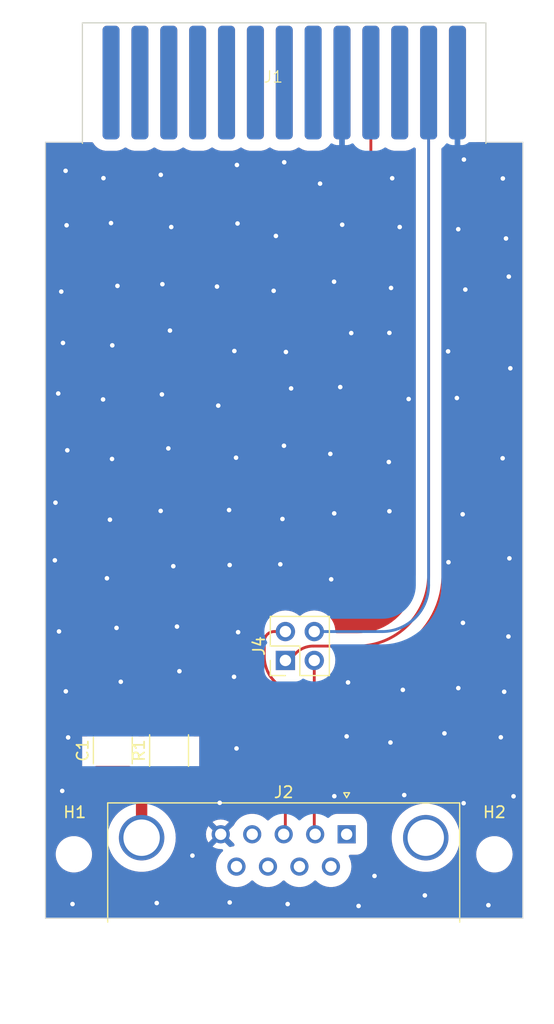
<source format=kicad_pcb>
(kicad_pcb (version 20221018) (generator pcbnew)
  (layers (0 "F.Cu" signal) (31 "B.Cu" signal) (34 "B.Paste" user) (35 "F.Paste" user) (36 "B.SilkS" user "B.Silkscreen") (37 "F.SilkS" user "F.Silkscreen") (38 "B.Mask" user) (39 "F.Mask" user) (44 "Edge.Cuts" user))
  (net 0 "")
  (net 1 "GND")
  (net 2 "VCC")
  (net 3 "/out")
  (net 4 "/in")
  (net 8 "Net-(J1-Pin_10)")
  (net 25 "Net-(J2-PAD)")
  (net 27 "/RXDout")
  (net 28 "/TXDin")
  (footprint "MountingHole:MountingHole_2.7mm_M2.5" (layer "F.Cu") (at 161.575 107.625)
    (fp_text reference "H1" (at 0 -3.7) (layer "F.SilkS"))
    (fp_text value "MountingHole")
    (pad "" np_thru_hole circle (at -0.075 0) (size 2.7 2.7) (drill 2.7) (layers "*.Cu" "*.Mask"))
  )
  (footprint "Connector_Dsub:DSUB-9_Female_Horizontal_P2.77x2.84mm_EdgePinOffset4.94mm_Housed_MountingHolesOffset7.48mm" (layer "F.Cu") (at 185.5 105.865)
    (fp_text reference "J2" (at -5.54 -3.7) (layer "F.SilkS"))
    (fp_text value "DE9_Plug_MountingHoles")
    (fp_line (start -21.025 -2.76) (end 9.945 -2.76) (stroke (width 0.12)) (layer "F.SilkS"))
    (fp_line (start -21.025 7.72) (end -21.025 -2.76) (stroke (width 0.12)) (layer "F.SilkS"))
    (fp_line (start -0.25 -3.654338) (end 0.25 -3.654338) (stroke (width 0.12)) (layer "F.SilkS"))
    (fp_line (start 0 -3.221325) (end -0.25 -3.654338) (stroke (width 0.12)) (layer "F.SilkS"))
    (fp_line (start 0.25 -3.654338) (end 0 -3.221325) (stroke (width 0.12)) (layer "F.SilkS"))
    (fp_line (start 9.945 -2.76) (end 9.945 7.72) (stroke (width 0.12)) (layer "F.SilkS"))
    (pad "0" thru_hole circle (at -18.04 0.3) (size 4 4) (drill 3.2) (layers "*.Cu" "*.Mask") (net 25 "Net-(J2-PAD)"))
    (pad "0" thru_hole circle (at 6.96 0.3) (size 4 4) (drill 3.2) (layers "*.Cu" "*.Mask") (net 25 "Net-(J2-PAD)"))
    (pad "1" thru_hole rect (at 0 0) (size 1.6 1.6) (drill 1) (layers "*.Cu" "*.Mask"))
    (pad "2" thru_hole circle (at -2.77 0) (size 1.6 1.6) (drill 1) (layers "*.Cu" "*.Mask") (net 27 "/RXDout"))
    (pad "3" thru_hole circle (at -5.54 0) (size 1.6 1.6) (drill 1) (layers "*.Cu" "*.Mask") (net 28 "/TXDin"))
    (pad "4" thru_hole circle (at -8.31 0) (size 1.6 1.6) (drill 1) (layers "*.Cu" "*.Mask"))
    (pad "5" thru_hole circle (at -11.08 0) (size 1.6 1.6) (drill 1) (layers "*.Cu" "*.Mask") (net 1 "GND"))
    (pad "6" thru_hole circle (at -1.385 2.84) (size 1.6 1.6) (drill 1) (layers "*.Cu" "*.Mask"))
    (pad "7" thru_hole circle (at -4.155 2.84) (size 1.6 1.6) (drill 1) (layers "*.Cu" "*.Mask"))
    (pad "8" thru_hole circle (at -6.925 2.84) (size 1.6 1.6) (drill 1) (layers "*.Cu" "*.Mask"))
    (pad "9" thru_hole circle (at -9.695 2.84) (size 1.6 1.6) (drill 1) (layers "*.Cu" "*.Mask"))
  )
  (footprint "finger:02x13" (layer "F.Cu") (at 180 39.75)
    (fp_text reference "J1" (at -0.95 -0.5 unlocked) (layer "F.SilkS") (effects (font (thickness 0.1))))
    (fp_text value "Conn_02x13_Odd_Even")
    (fp_line (start -17.75 -5.25) (end -17.75 5.35) (stroke (width 0.1)) (layer "F.SilkS"))
    (fp_line (start -17.75 -5.25) (end 17.75 -5.25) (stroke (width 0.1)) (layer "F.SilkS"))
    (fp_line (start 17.75 5.35) (end 17.75 -5.25) (stroke (width 0.1)) (layer "F.SilkS"))
    (pad "1" smd roundrect (at 15.25 0) (size 1.5 10) (layers "B.Cu" "F.Mask") (net 1 "GND"))
    (pad "2" smd roundrect (at 15.25 0 180) (size 1.5 10) (layers "F.Cu" "B.Mask") (net 2 "VCC"))
    (pad "3" smd roundrect (at 12.71 0) (size 1.5 10) (layers "B.Cu" "F.Mask") (net 3 "/out"))
    (pad "4" smd roundrect (at 12.71 0 180) (size 1.5 10) (layers "F.Cu" "B.Mask") (net 4 "/in"))
    (pad "5" smd roundrect (at 10.17 0) (size 1.5 10) (layers "B.Cu" "F.Mask"))
    (pad "6" smd roundrect (at 10.17 0 180) (size 1.5 10) (layers "F.Cu" "B.Mask"))
    (pad "7" smd roundrect (at 7.63 0) (size 1.5 10) (layers "B.Cu" "F.Mask"))
    (pad "8" smd roundrect (at 7.63 0 180) (size 1.5 10) (layers "F.Cu" "B.Mask") (net 8 "Net-(J1-Pin_10)"))
    (pad "9" smd roundrect (at 5.09 0) (size 1.5 10) (layers "B.Cu" "F.Mask") (net 1 "GND"))
    (pad "10" smd roundrect (at 5.09 0 180) (size 1.5 10) (layers "F.Cu" "B.Mask") (net 8 "Net-(J1-Pin_10)"))
    (pad "11" smd roundrect (at 2.55 0) (size 1.5 10) (layers "B.Cu" "F.Mask"))
    (pad "12" smd roundrect (at 2.55 0 180) (size 1.5 10) (layers "F.Cu" "B.Mask"))
    (pad "13" smd roundrect (at 0.01 0) (size 1.5 10) (layers "B.Cu" "F.Mask"))
    (pad "14" smd roundrect (at 0.01 0 180) (size 1.5 10) (layers "F.Cu" "B.Mask"))
    (pad "15" smd roundrect (at -2.53 0) (size 1.5 10) (layers "B.Cu" "F.Mask"))
    (pad "16" smd roundrect (at -2.53 0 180) (size 1.5 10) (layers "F.Cu" "B.Mask"))
    (pad "17" smd roundrect (at -5.07 0) (size 1.5 10) (layers "B.Cu" "F.Mask"))
    (pad "18" smd roundrect (at -5.07 0 180) (size 1.5 10) (layers "F.Cu" "B.Mask"))
    (pad "19" smd roundrect (at -7.61 0) (size 1.5 10) (layers "B.Cu" "F.Mask"))
    (pad "20" smd roundrect (at -7.61 0 180) (size 1.5 10) (layers "F.Cu" "B.Mask"))
    (pad "21" smd roundrect (at -10.15 0) (size 1.5 10) (layers "B.Cu" "F.Mask"))
    (pad "22" smd roundrect (at -10.15 0 180) (size 1.5 10) (layers "F.Cu" "B.Mask"))
    (pad "23" smd roundrect (at -12.69 0) (size 1.5 10) (layers "B.Cu" "F.Mask"))
    (pad "24" smd roundrect (at -12.69 0 180) (size 1.5 10) (layers "F.Cu" "B.Mask"))
    (pad "25" smd roundrect (at -15.23 0) (size 1.5 10) (layers "B.Cu" "F.Mask"))
    (pad "26" smd roundrect (at -15.23 0 180) (size 1.5 10) (layers "F.Cu" "B.Mask"))
  )
  (footprint "Resistor_SMD:R_1812_4532Metric" (layer "F.Cu") (at 169.875 98.5 90)
    (fp_text reference "R1" (at 0 -2.65 90) (layer "F.SilkS"))
    (fp_text value "R")
    (fp_line (start -1.386252 -1.71) (end 1.386252 -1.71) (stroke (width 0.12)) (layer "F.SilkS"))
    (fp_line (start -1.386252 1.71) (end 1.386252 1.71) (stroke (width 0.12)) (layer "F.SilkS"))
    (pad "1" smd roundrect (at -2.1375 0 90) (size 1.125 3.4) (layers "F.Cu" "F.Paste" "F.Mask") (roundrect_rratio 0.222222) (net 25 "Net-(J2-PAD)"))
    (pad "2" smd roundrect (at 2.1375 0 90) (size 1.125 3.4) (layers "F.Cu" "F.Paste" "F.Mask") (roundrect_rratio 0.222222) (net 1 "GND"))
  )
  (footprint "Capacitor_SMD:C_1812_4532Metric" (layer "F.Cu") (at 164.925 98.5 90)
    (fp_text reference "C1" (at 0 -2.65 90) (layer "F.SilkS"))
    (fp_text value "C")
    (fp_line (start -1.161252 -1.71) (end 1.161252 -1.71) (stroke (width 0.12)) (layer "F.SilkS"))
    (fp_line (start -1.161252 1.71) (end 1.161252 1.71) (stroke (width 0.12)) (layer "F.SilkS"))
    (pad "1" smd roundrect (at -2.05 0 90) (size 1.4 3.4) (layers "F.Cu" "F.Paste" "F.Mask") (roundrect_rratio 0.178571) (net 25 "Net-(J2-PAD)"))
    (pad "2" smd roundrect (at 2.05 0 90) (size 1.4 3.4) (layers "F.Cu" "F.Paste" "F.Mask") (roundrect_rratio 0.178571) (net 1 "GND"))
  )
  (footprint "Connector_PinHeader_2.54mm:PinHeader_2x02_P2.54mm_Vertical" (layer "F.Cu") (at 180.11 90.575 90)
    (fp_text reference "J4" (at 1.27 -2.33 90) (layer "F.SilkS"))
    (fp_text value "Conn_02x02_Odd_Even")
    (fp_line (start -1.33 -1.33) (end 0 -1.33) (stroke (width 0.12)) (layer "F.SilkS"))
    (fp_line (start -1.33 0) (end -1.33 -1.33) (stroke (width 0.12)) (layer "F.SilkS"))
    (fp_line (start -1.33 1.27) (end -1.33 3.87) (stroke (width 0.12)) (layer "F.SilkS"))
    (fp_line (start -1.33 1.27) (end 1.27 1.27) (stroke (width 0.12)) (layer "F.SilkS"))
    (fp_line (start -1.33 3.87) (end 3.87 3.87) (stroke (width 0.12)) (layer "F.SilkS"))
    (fp_line (start 1.27 -1.33) (end 3.87 -1.33) (stroke (width 0.12)) (layer "F.SilkS"))
    (fp_line (start 1.27 1.27) (end 1.27 -1.33) (stroke (width 0.12)) (layer "F.SilkS"))
    (fp_line (start 3.87 -1.33) (end 3.87 3.87) (stroke (width 0.12)) (layer "F.SilkS"))
    (pad "1" thru_hole rect (at 0 0 90) (size 1.7 1.7) (drill 1) (layers "*.Cu" "*.Mask") (net 4 "/in"))
    (pad "2" thru_hole oval (at 2.54 0 90) (size 1.7 1.7) (drill 1) (layers "*.Cu" "*.Mask") (net 28 "/TXDin"))
    (pad "3" thru_hole oval (at 0 2.54 90) (size 1.7 1.7) (drill 1) (layers "*.Cu" "*.Mask") (net 27 "/RXDout"))
    (pad "4" thru_hole oval (at 2.54 2.54 90) (size 1.7 1.7) (drill 1) (layers "*.Cu" "*.Mask") (net 3 "/out"))
  )
  (footprint "MountingHole:MountingHole_2.7mm_M2.5" (layer "F.Cu") (at 198.5 107.625)
    (fp_text reference "H2" (at 0 -3.7) (layer "F.SilkS"))
    (fp_text value "MountingHole")
    (pad "" np_thru_hole circle (at 0 0) (size 2.7 2.7) (drill 2.7) (layers "*.Cu" "*.Mask"))
  )
  (gr_line (start 159 45) (end 159 113.25) (stroke (width 0.1)) (layer "Edge.Cuts"))
  (gr_line (start 162.25 34.5) (end 162.25 45) (stroke (width 0.1)) (layer "Edge.Cuts"))
  (gr_line (start 162.25 45) (end 159 45) (stroke (width 0.1)) (layer "Edge.Cuts"))
  (gr_line (start 201 113.25) (end 201 45) (stroke (width 0.1)) (layer "Edge.Cuts"))
  (gr_line (start 197.75 45) (end 197.75 34.5) (stroke (width 0.1)) (layer "Edge.Cuts"))
  (gr_line (start 159 113.25) (end 201 113.25) (stroke (width 0.1)) (layer "Edge.Cuts"))
  (gr_line (start 201 45) (end 197.75 45) (stroke (width 0.1)) (layer "Edge.Cuts"))
  (gr_line (start 197.75 34.5) (end 162.25 34.5) (stroke (width 0.1)) (layer "Edge.Cuts"))
  (via (at 170.24746 82.286108) (size 0.8) (drill 0.4) (layers "F.Cu" "B.Cu") (net 1))
  (via (at 195.707332 77.721076) (size 0.8) (drill 0.4) (layers "F.Cu" "B.Cu") (net 1))
  (via (at 199.222901 72.794511) (size 0.8) (drill 0.4) (layers "F.Cu" "B.Cu") (net 1))
  (via (at 195.791498 103.130551) (size 0.8) (drill 0.4) (layers "F.Cu" "B.Cu") (net 1))
  (via (at 164.671824 78.19699) (size 0.8) (drill 0.4) (layers "F.Cu" "B.Cu") (net 1))
  (via (at 189.405373 57.813815) (size 0.8) (drill 0.4) (layers "F.Cu" "B.Cu") (net 1))
  (via (at 175.619431 63.360486) (size 0.8) (drill 0.4) (layers "F.Cu" "B.Cu") (net 1))
  (via (at 190.955208 67.584768) (size 0.8) (drill 0.4) (layers "F.Cu" "B.Cu") (net 1))
  (via (at 169.136452 77.425179) (size 0.8) (drill 0.4) (layers "F.Cu" "B.Cu") (net 1))
  (via (at 160.54 62.65) (size 0.8) (drill 0.4) (layers "F.Cu" "B.Cu") (net 1))
  (via (at 168.79 111.91) (size 0.8) (drill 0.4) (layers "F.Cu" "B.Cu") (net 1))
  (via (at 199.359739 93.32987) (size 0.8) (drill 0.4) (layers "F.Cu" "B.Cu") (net 1))
  (via (at 189.506445 48.167525) (size 0.8) (drill 0.4) (layers "F.Cu" "B.Cu") (net 1))
  (via (at 189.261343 77.452632) (size 0.8) (drill 0.4) (layers "F.Cu" "B.Cu") (net 1))
  (via (at 175.206461 82.184189) (size 0.8) (drill 0.4) (layers "F.Cu" "B.Cu") (net 1))
  (via (at 199.766293 56.818455) (size 0.8) (drill 0.4) (layers "F.Cu" "B.Cu") (net 1))
  (via (at 170.066197 52.456641) (size 0.8) (drill 0.4) (layers "F.Cu" "B.Cu") (net 1))
  (via (at 179.27381 53.241526) (size 0.8) (drill 0.4) (layers "F.Cu" "B.Cu") (net 1))
  (via (at 195.322918 93.007913) (size 0.8) (drill 0.4) (layers "F.Cu" "B.Cu") (net 1))
  (via (at 194.103009 96.988955) (size 0.8) (drill 0.4) (layers "F.Cu" "B.Cu") (net 1))
  (via (at 195.940545 57.957794) (size 0.8) (drill 0.4) (layers "F.Cu" "B.Cu") (net 1))
  (via (at 174.330319 103.096947) (size 0.8) (drill 0.4) (layers "F.Cu" "B.Cu") (net 1))
  (via (at 199.518647 53.463727) (size 0.8) (drill 0.4) (layers "F.Cu" "B.Cu") (net 1))
  (via (at 185.620612 92.508491) (size 0.8) (drill 0.4) (layers "F.Cu" "B.Cu") (net 1))
  (via (at 199.063037 97.333806) (size 0.8) (drill 0.4) (layers "F.Cu" "B.Cu") (net 1))
  (via (at 179.850864 78.133933) (size 0.8) (drill 0.4) (layers "F.Cu" "B.Cu") (net 1))
  (via (at 159.824839 81.769561) (size 0.8) (drill 0.4) (layers "F.Cu" "B.Cu") (net 1))
  (via (at 171.93 107.74) (size 0.8) (drill 0.4) (layers "F.Cu" "B.Cu") (net 1))
  (via (at 175.76792 72.744028) (size 0.8) (drill 0.4) (layers "F.Cu" "B.Cu") (net 1))
  (via (at 195.31721 52.650033) (size 0.8) (drill 0.4) (layers "F.Cu" "B.Cu") (net 1))
  (via (at 169.287338 57.484416) (size 0.8) (drill 0.4) (layers "F.Cu" "B.Cu") (net 1))
  (via (at 160.859252 52.302953) (size 0.8) (drill 0.4) (layers "F.Cu" "B.Cu") (net 1))
  (via (at 194.423391 63.391963) (size 0.8) (drill 0.4) (layers "F.Cu" "B.Cu") (net 1))
  (via (at 185.902596 61.783234) (size 0.8) (drill 0.4) (layers "F.Cu" "B.Cu") (net 1))
  (via (at 189.209178 73.122769) (size 0.8) (drill 0.4) (layers "F.Cu" "B.Cu") (net 1))
  (via (at 164.877837 62.863437) (size 0.8) (drill 0.4) (layers "F.Cu" "B.Cu") (net 1))
  (via (at 199.241337 48.187648) (size 0.8) (drill 0.4) (layers "F.Cu" "B.Cu") (net 1))
  (via (at 175.5913 92.01498) (size 0.8) (drill 0.4) (layers "F.Cu" "B.Cu") (net 1))
  (via (at 160.474577 102.04969) (size 0.8) (drill 0.4) (layers "F.Cu" "B.Cu") (net 1))
  (via (at 175.898791 52.146215) (size 0.8) (drill 0.4) (layers "F.Cu" "B.Cu") (net 1))
  (via (at 160.922087 72.092432) (size 0.8) (drill 0.4) (layers "F.Cu" "B.Cu") (net 1))
  (via (at 160.79087 93.293331) (size 0.8) (drill 0.4) (layers "F.Cu" "B.Cu") (net 1))
  (via (at 189.258604 61.76603) (size 0.8) (drill 0.4) (layers "F.Cu" "B.Cu") (net 1))
  (via (at 200.182894 102.524214) (size 0.8) (drill 0.4) (layers "F.Cu" "B.Cu") (net 1))
  (via (at 174.091865 57.693852) (size 0.8) (drill 0.4) (layers "F.Cu" "B.Cu") (net 1))
  (via (at 161.38 112) (size 0.8) (drill 0.4) (layers "F.Cu" "B.Cu") (net 1))
  (via (at 175.949234 88.089248) (size 0.8) (drill 0.4) (layers "F.Cu" "B.Cu") (net 1))
  (via (at 195.730108 87.267973) (size 0.8) (drill 0.4) (layers "F.Cu" "B.Cu") (net 1))
  (via (at 160.994861 97.348005) (size 0.8) (drill 0.4) (layers "F.Cu" "B.Cu") (net 1))
  (via (at 164.102735 48.157992) (size 0.8) (drill 0.4) (layers "F.Cu" "B.Cu") (net 1))
  (via (at 184.414093 102.513128) (size 0.8) (drill 0.4) (layers "F.Cu" "B.Cu") (net 1))
  (via (at 160.192127 88.024818) (size 0.8) (drill 0.4) (layers "F.Cu" "B.Cu") (net 1))
  (via (at 187.95 109.53) (size 0.8) (drill 0.4) (layers "F.Cu" "B.Cu") (net 1))
  (via (at 195.816627 46.522729) (size 0.8) (drill 0.4) (layers "F.Cu" "B.Cu") (net 1))
  (via (at 199.819171 81.595111) (size 0.8) (drill 0.4) (layers "F.Cu" "B.Cu") (net 1))
  (via (at 175.155223 77.347253) (size 0.8) (drill 0.4) (layers "F.Cu" "B.Cu") (net 1))
  (via (at 164.067224 67.619851) (size 0.8) (drill 0.4) (layers "F.Cu" "B.Cu") (net 1))
  (via (at 184.935674 66.532894) (size 0.8) (drill 0.4) (layers "F.Cu" "B.Cu") (net 1))
  (via (at 189.353216 97.792139) (size 0.8) (drill 0.4) (layers "F.Cu" "B.Cu") (net 1))
  (via (at 170.571338 87.597598) (size 0.8) (drill 0.4) (layers "F.Cu" "B.Cu") (net 1))
  (via (at 160.389636 58.137116) (size 0.8) (drill 0.4) (layers "F.Cu" "B.Cu") (net 1))
  (via (at 169.14464 47.866193) (size 0.8) (drill 0.4) (layers "F.Cu" "B.Cu") (net 1))
  (via (at 185.107696 52.25411) (size 0.8) (drill 0.4) (layers "F.Cu" "B.Cu") (net 1))
  (via (at 185.499302 97.251959) (size 0.8) (drill 0.4) (layers "F.Cu" "B.Cu") (net 1))
  (via (at 186.55 112.17) (size 0.8) (drill 0.4) (layers "F.Cu" "B.Cu") (net 1))
  (via (at 199.9 64.88) (size 0.8) (drill 0.4) (layers "F.Cu" "B.Cu") (net 1))
  (via (at 160.122737 67.097535) (size 0.8) (drill 0.4) (layers "F.Cu" "B.Cu") (net 1))
  (via (at 165.626707 92.451153) (size 0.8) (drill 0.4) (layers "F.Cu" "B.Cu") (net 1))
  (via (at 164.855087 72.854607) (size 0.8) (drill 0.4) (layers "F.Cu" "B.Cu") (net 1))
  (via (at 183.16 48.64) (size 0.8) (drill 0.4) (layers "F.Cu" "B.Cu") (net 1))
  (via (at 175.845391 46.999311) (size 0.8) (drill 0.4) (layers "F.Cu" "B.Cu") (net 1))
  (via (at 170.78571 91.522547) (size 0.8) (drill 0.4) (layers "F.Cu" "B.Cu") (net 1))
  (via (at 190.167039 52.457333) (size 0.8) (drill 0.4) (layers "F.Cu" "B.Cu") (net 1))
  (via (at 190.441682 93.162649) (size 0.8) (drill 0.4) (layers "F.Cu" "B.Cu") (net 1))
  (via (at 175.809652 98.314872) (size 0.8) (drill 0.4) (layers "F.Cu" "B.Cu") (net 1))
  (via (at 199.73266 88.470357) (size 0.8) (drill 0.4) (layers "F.Cu" "B.Cu") (net 1))
  (via (at 164.408584 83.349234) (size 0.8) (drill 0.4) (layers "F.Cu" "B.Cu") (net 1))
  (via (at 179.662666 82.119946) (size 0.8) (drill 0.4) (layers "F.Cu" "B.Cu") (net 1))
  (via (at 194.458107 81.936365) (size 0.8) (drill 0.4) (layers "F.Cu" "B.Cu") (net 1))
  (via (at 160.770479 47.51317) (size 0.8) (drill 0.4) (layers "F.Cu" "B.Cu") (net 1))
  (via (at 175.21 111.86) (size 0.8) (drill 0.4) (layers "F.Cu" "B.Cu") (net 1))
  (via (at 192.38 111.24) (size 0.8) (drill 0.4) (layers "F.Cu" "B.Cu") (net 1))
  (via (at 197.97 112.1) (size 0.8) (drill 0.4) (layers "F.Cu" "B.Cu") (net 1))
  (via (at 184.13895 83.439677) (size 0.8) (drill 0.4) (layers "F.Cu" "B.Cu") (net 1))
  (via (at 180.155203 63.447254) (size 0.8) (drill 0.4) (layers "F.Cu" "B.Cu") (net 1))
  (via (at 190.566646 102.414461) (size 0.8) (drill 0.4) (layers "F.Cu" "B.Cu") (net 1))
  (via (at 169.810575 71.9265) (size 0.8) (drill 0.4) (layers "F.Cu" "B.Cu") (net 1))
  (via (at 169.953282 61.562928) (size 0.8) (drill 0.4) (layers "F.Cu" "B.Cu") (net 1))
  (via (at 169.245329 67.179868) (size 0.8) (drill 0.4) (layers "F.Cu" "B.Cu") (net 1))
  (via (at 179.077143 58.066238) (size 0.8) (drill 0.4) (layers "F.Cu" "B.Cu") (net 1))
  (via (at 174.202058 68.164455) (size 0.8) (drill 0.4) (layers "F.Cu" "B.Cu") (net 1))
  (via (at 184.391834 57.266) (size 0.8) (drill 0.4) (layers "F.Cu" "B.Cu") (net 1))
  (via (at 164.766651 52.109902) (size 0.8) (drill 0.4) (layers "F.Cu" "B.Cu") (net 1))
  (via (at 184.404987 77.642107) (size 0.8) (drill 0.4) (layers "F.Cu" "B.Cu") (net 1))
  (via (at 180.006182 46.761771) (size 0.8) (drill 0.4) (layers "F.Cu" "B.Cu") (net 1))
  (via (at 180.611766 66.651456) (size 0.8) (drill 0.4) (layers "F.Cu" "B.Cu") (net 1))
  (via (at 184.063399 72.410018) (size 0.8) (drill 0.4) (layers "F.Cu" "B.Cu") (net 1))
  (via (at 179.984654 71.693069) (size 0.8) (drill 0.4) (layers "F.Cu" "B.Cu") (net 1))
  (via (at 165.333435 57.634732) (size 0.8) (drill 0.4) (layers "F.Cu" "B.Cu") (net 1))
  (via (at 195.197325 67.495374) (size 0.8) (drill 0.4) (layers "F.Cu" "B.Cu") (net 1))
  (via (at 180.31 112) (size 0.8) (drill 0.4) (layers "F.Cu" "B.Cu") (net 1))
  (via (at 159.88 76.7) (size 0.8) (drill 0.4) (layers "F.Cu" "B.Cu") (net 1))
  (via (at 165.252462 87.714228) (size 0.8) (drill 0.4) (layers "F.Cu" "B.Cu") (net 1))
  (segment (start 192.71 83.947066) (end 192.71 39.75) (width 0.25) (layer "B.Cu") (net 3))
  (segment (start 188.622066 88.035) (end 182.65 88.035) (width 0.25) (layer "B.Cu") (net 3))
  (arc (start 192.71 83.947066) (mid 192.398824 85.51145) (end 191.512672 86.837672) (width 0.25) (layer "B.Cu") (net 3))
  (arc (start 191.512672 86.837672) (mid 190.18645 87.723824) (end 188.622066 88.035) (width 0.25) (layer "B.Cu") (net 3))
  (segment (start 182.55449 89.31) (end 186.444918 89.31) (width 0.25) (layer "F.Cu") (net 4))
  (segment (start 180.495762 90.474237) (end 181.0275 89.9425) (width 0.25) (layer "F.Cu") (net 4))
  (segment (start 180.2525 90.575) (end 180.11 90.575) (width 0.25) (layer "F.Cu") (net 4))
  (segment (start 192.71 83.044918) (end 192.71 39.75) (width 0.25) (layer "F.Cu") (net 4))
  (arc (start 192.71 83.044918) (mid 192.233099 85.442461) (end 190.875 87.475) (width 0.25) (layer "F.Cu") (net 4))
  (arc (start 180.495762 90.474237) (mid 180.384152 90.548812) (end 180.2525 90.575) (width 0.25) (layer "F.Cu") (net 4))
  (arc (start 182.55449 89.31) (mid 181.728088 89.474381) (end 181.0275 89.9425) (width 0.25) (layer "F.Cu") (net 4))
  (arc (start 190.875 87.475) (mid 188.842461 88.833099) (end 186.444918 89.31) (width 0.25) (layer "F.Cu") (net 4))
  (segment (start 187.63 46.263517) (end 187.63 39.75) (width 0.25) (layer "F.Cu") (net 8))
  (segment (start 185.09 46.331801) (end 185.09 39.75) (width 0.25) (layer "F.Cu") (net 8))
  (segment (start 186.793517 47.1) (end 185.858198 47.1) (width 0.25) (layer "F.Cu") (net 8))
  (arc (start 187.63 46.263517) (mid 187.566326 46.583625) (end 187.385 46.855) (width 0.25) (layer "F.Cu") (net 8))
  (arc (start 185.09 46.331801) (mid 185.148475 46.625778) (end 185.315 46.875) (width 0.25) (layer "F.Cu") (net 8))
  (arc (start 185.315 46.875) (mid 185.564221 47.041524) (end 185.858198 47.1) (width 0.25) (layer "F.Cu") (net 8))
  (arc (start 186.793517 47.1) (mid 187.113625 47.036326) (end 187.385 46.855) (width 0.25) (layer "F.Cu") (net 8))
  (segment (start 165.078639 100.64) (end 166.25375 100.64) (width 1) (layer "F.Cu") (net 25))
  (segment (start 168.66625 100.64) (end 166.25375 100.64) (width 1) (layer "F.Cu") (net 25))
  (segment (start 164.97 100.595) (end 164.925 100.55) (width 1) (layer "F.Cu") (net 25))
  (segment (start 168.66625 100.64) (end 169.870732 100.64) (width 1) (layer "F.Cu") (net 25))
  (segment (start 167.46 101.84625) (end 167.46 106.165) (width 1) (layer "F.Cu") (net 25))
  (segment (start 169.87375 100.63875) (end 169.875 100.6375) (width 1) (layer "F.Cu") (net 25))
  (arc (start 167.46 101.84625) (mid 167.106697 100.993302) (end 166.25375 100.64) (width 1) (layer "F.Cu") (net 25))
  (arc (start 165.078639 100.64) (mid 165.019844 100.628304) (end 164.97 100.595) (width 1) (layer "F.Cu") (net 25))
  (arc (start 167.46 101.84625) (mid 167.813302 100.993302) (end 168.66625 100.64) (width 1) (layer "F.Cu") (net 25))
  (arc (start 169.87375 100.63875) (mid 169.872365 100.639675) (end 169.870732 100.64) (width 1) (layer "F.Cu") (net 25))
  (segment (start 182.69 105.825) (end 182.70875 105.84375) (width 0.25) (layer "F.Cu") (net 27))
  (segment (start 182.65 105.728431) (end 182.65 90.575) (width 0.25) (layer "F.Cu") (net 27))
  (segment (start 182.70875 105.84375) (end 182.6875 105.8225) (width 0.25) (layer "F.Cu") (net 27))
  (arc (start 182.65 105.728431) (mid 182.660395 105.780693) (end 182.69 105.825) (width 0.25) (layer "F.Cu") (net 27))
  (arc (start 182.70875 105.84375) (mid 182.70875 105.84375) (end 182.70875 105.84375) (width 0.25) (layer "F.Cu") (net 27))
  (arc (start 182.6875 105.8225) (mid 182.656045 105.775424) (end 182.645 105.719895) (width 0.25) (layer "F.Cu") (net 27))
  (segment (start 179.129159 88.035) (end 180.11 88.035) (width 0.25) (layer "F.Cu") (net 28))
  (segment (start 180.0325 105.7925) (end 179.96 105.865) (width 0.25) (layer "F.Cu") (net 28))
  (segment (start 180.105 94.676683) (end 180.105 105.617469) (width 0.25) (layer "F.Cu") (net 28))
  (segment (start 178.25 90.198316) (end 178.25 88.914159) (width 0.25) (layer "F.Cu") (net 28))
  (arc (start 179.1775 92.4375) (mid 179.86395 93.464845) (end 180.105 94.676683) (width 0.25) (layer "F.Cu") (net 28))
  (arc (start 179.129159 88.035) (mid 178.792719 88.101922) (end 178.5075 88.2925) (width 0.25) (layer "F.Cu") (net 28))
  (arc (start 180.0325 105.7925) (mid 180.086157 105.712195) (end 180.105 105.617469) (width 0.25) (layer "F.Cu") (net 28))
  (arc (start 178.25 90.198316) (mid 178.491049 91.410153) (end 179.1775 92.4375) (width 0.25) (layer "F.Cu") (net 28))
  (arc (start 178.5075 88.2925) (mid 178.316922 88.577719) (end 178.25 88.914159) (width 0.25) (layer "F.Cu") (net 28))
  (zone (net 0) (net_name "") (layers "F&B.Cu") (connect_pads (clearance 0)) (min_thickness 0.25)
    (keepout (tracks allowed) (vias allowed) (pads allowed) (copperpour not_allowed) (footprints allowed))
    (fill (thermal_gap 0.5) (thermal_bridge_width 0.5))
    (polygon (pts (xy 157.5 32.5) (xy 157.5 45) (xy 165 45) (xy 165 32.5)))
  )
  (zone (net 0) (net_name "") (layers "F&B.Cu") (connect_pads (clearance 0)) (min_thickness 0.25)
    (keepout (tracks allowed) (vias allowed) (pads allowed) (copperpour not_allowed) (footprints allowed))
    (fill (thermal_gap 0.5) (thermal_bridge_width 0.5))
    (polygon (pts (xy 196.25 32.49) (xy 196.25 44.99) (xy 203.75 44.99) (xy 203.75 32.49)))
  )
  (zone (net 1) (net_name "GND") (layers "F&B.Cu") (connect_pads (clearance 1)) (min_thickness 0.25) (fill yes (thermal_gap 0.5) (thermal_bridge_width 0.5))
    (polygon (pts (xy 155 32.5) (xy 202.5 32.5) (xy 202.5 122.5) (xy 155 122.5)))
  )
  (zone (net 0) (net_name "") (layers "F&B.Cu") (connect_pads (clearance 0)) (min_thickness 0.25)
    (keepout (tracks allowed) (vias allowed) (pads allowed) (copperpour not_allowed) (footprints allowed))
    (fill (thermal_gap 0.5) (thermal_bridge_width 0.5))
    (polygon (pts (xy 162.23 99.88) (xy 162.23 97.26) (xy 172.53 97.26) (xy 172.53 99.87)))
  )
)
</source>
